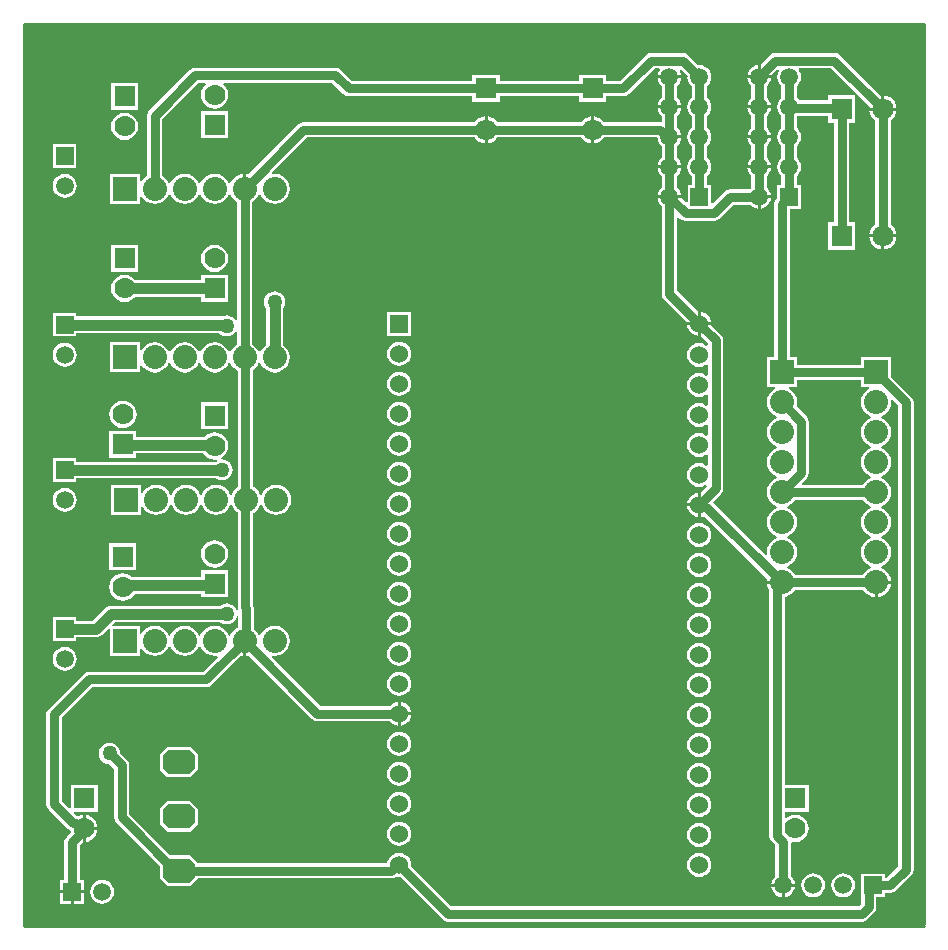
<source format=gbl>
G04*
G04 #@! TF.GenerationSoftware,Altium Limited,Altium Designer,20.2.6 (244)*
G04*
G04 Layer_Physical_Order=2*
G04 Layer_Color=16711680*
%FSLAX24Y24*%
%MOIN*%
G70*
G04*
G04 #@! TF.SameCoordinates,77C3D9E4-3DCC-4DBA-A965-D733CA2DE3AA*
G04*
G04*
G04 #@! TF.FilePolarity,Positive*
G04*
G01*
G75*
%ADD10C,0.0100*%
%ADD33C,0.0300*%
%ADD34C,0.0350*%
%ADD35C,0.0700*%
%ADD36R,0.0700X0.0700*%
%ADD37R,0.0591X0.0591*%
%ADD38C,0.0591*%
%ADD39R,0.0800X0.0800*%
%ADD40C,0.0800*%
%ADD41R,0.0800X0.0800*%
%ADD42R,0.0709X0.0709*%
%ADD43C,0.0709*%
%ADD44R,0.0591X0.0591*%
%ADD45R,0.0709X0.0709*%
G04:AMPARAMS|DCode=46|XSize=106.3mil|YSize=82.7mil|CornerRadius=0mil|HoleSize=0mil|Usage=FLASHONLY|Rotation=0.000|XOffset=0mil|YOffset=0mil|HoleType=Round|Shape=Octagon|*
%AMOCTAGOND46*
4,1,8,0.0531,-0.0207,0.0531,0.0207,0.0325,0.0413,-0.0325,0.0413,-0.0531,0.0207,-0.0531,-0.0207,-0.0325,-0.0413,0.0325,-0.0413,0.0531,-0.0207,0.0*
%
%ADD46OCTAGOND46*%

%ADD47C,0.0600*%
%ADD48R,0.0600X0.0600*%
%ADD49C,0.0500*%
G36*
X40050Y19800D02*
X10050D01*
Y49850D01*
X40050D01*
Y19800D01*
D02*
G37*
%LPC*%
G36*
X34500Y48492D02*
X34447Y48485D01*
X34351Y48445D01*
X34268Y48382D01*
X34205Y48299D01*
X34165Y48203D01*
X34158Y48150D01*
X34500D01*
Y48492D01*
D02*
G37*
G36*
X32015Y48900D02*
X30961D01*
X30863Y48881D01*
X30781Y48826D01*
X29924Y47969D01*
X29454D01*
Y48169D01*
X28546D01*
Y47969D01*
X25904D01*
Y48169D01*
X24996D01*
Y47969D01*
X20970D01*
X20608Y48330D01*
X20526Y48386D01*
X20428Y48405D01*
X15750D01*
X15652Y48386D01*
X15570Y48330D01*
X14220Y46980D01*
X14165Y46898D01*
X14145Y46800D01*
Y44809D01*
X14043Y44731D01*
X13963Y44626D01*
X13950Y44594D01*
X13900Y44604D01*
Y44874D01*
X12900D01*
Y43874D01*
X13900D01*
Y44144D01*
X13950Y44154D01*
X13963Y44122D01*
X14043Y44018D01*
X14148Y43938D01*
X14269Y43887D01*
X14400Y43870D01*
X14531Y43887D01*
X14652Y43938D01*
X14757Y44018D01*
X14837Y44122D01*
X14873Y44210D01*
X14927D01*
X14963Y44122D01*
X15043Y44018D01*
X15148Y43938D01*
X15269Y43887D01*
X15400Y43870D01*
X15531Y43887D01*
X15652Y43938D01*
X15757Y44018D01*
X15837Y44122D01*
X15873Y44210D01*
X15927D01*
X15963Y44122D01*
X16043Y44018D01*
X16148Y43938D01*
X16269Y43887D01*
X16400Y43870D01*
X16531Y43887D01*
X16652Y43938D01*
X16757Y44018D01*
X16837Y44122D01*
X16873Y44210D01*
X16927D01*
X16963Y44122D01*
X17043Y44018D01*
X17145Y43940D01*
Y40007D01*
X17095Y39990D01*
X17050Y40050D01*
X16977Y40106D01*
X16891Y40141D01*
X16800Y40153D01*
X16709Y40141D01*
X16657Y40120D01*
X11795D01*
Y40238D01*
X11005D01*
Y39447D01*
X11795D01*
Y39565D01*
X16539D01*
X16550Y39550D01*
X16623Y39494D01*
X16709Y39459D01*
X16800Y39447D01*
X16891Y39459D01*
X16977Y39494D01*
X17050Y39550D01*
X17095Y39610D01*
X17145Y39593D01*
Y39185D01*
X17043Y39107D01*
X16963Y39002D01*
X16927Y38915D01*
X16873D01*
X16837Y39002D01*
X16757Y39107D01*
X16652Y39187D01*
X16531Y39237D01*
X16400Y39254D01*
X16269Y39237D01*
X16148Y39187D01*
X16043Y39107D01*
X15963Y39002D01*
X15927Y38915D01*
X15873D01*
X15837Y39002D01*
X15757Y39107D01*
X15652Y39187D01*
X15531Y39237D01*
X15400Y39254D01*
X15269Y39237D01*
X15148Y39187D01*
X15043Y39107D01*
X14963Y39002D01*
X14927Y38915D01*
X14873D01*
X14837Y39002D01*
X14757Y39107D01*
X14652Y39187D01*
X14531Y39237D01*
X14400Y39254D01*
X14269Y39237D01*
X14148Y39187D01*
X14043Y39107D01*
X13963Y39002D01*
X13950Y38970D01*
X13900Y38980D01*
Y39250D01*
X12900D01*
Y38250D01*
X13900D01*
Y38520D01*
X13950Y38530D01*
X13963Y38498D01*
X14043Y38393D01*
X14148Y38313D01*
X14269Y38263D01*
X14400Y38246D01*
X14531Y38263D01*
X14652Y38313D01*
X14757Y38393D01*
X14837Y38498D01*
X14873Y38585D01*
X14927D01*
X14963Y38498D01*
X15043Y38393D01*
X15148Y38313D01*
X15269Y38263D01*
X15400Y38246D01*
X15531Y38263D01*
X15652Y38313D01*
X15757Y38393D01*
X15837Y38498D01*
X15873Y38585D01*
X15927D01*
X15963Y38498D01*
X16043Y38393D01*
X16148Y38313D01*
X16269Y38263D01*
X16400Y38246D01*
X16531Y38263D01*
X16652Y38313D01*
X16757Y38393D01*
X16837Y38498D01*
X16873Y38585D01*
X16927D01*
X16963Y38498D01*
X17043Y38393D01*
X17148Y38313D01*
X17170Y38304D01*
Y34415D01*
X17093Y34357D01*
X17013Y34252D01*
X16977Y34165D01*
X16923D01*
X16887Y34252D01*
X16807Y34357D01*
X16702Y34437D01*
X16581Y34487D01*
X16450Y34504D01*
X16319Y34487D01*
X16198Y34437D01*
X16093Y34357D01*
X16013Y34252D01*
X15977Y34165D01*
X15923D01*
X15887Y34252D01*
X15807Y34357D01*
X15702Y34437D01*
X15581Y34487D01*
X15450Y34504D01*
X15319Y34487D01*
X15198Y34437D01*
X15093Y34357D01*
X15013Y34252D01*
X14977Y34165D01*
X14923D01*
X14887Y34252D01*
X14807Y34357D01*
X14702Y34437D01*
X14581Y34487D01*
X14450Y34504D01*
X14319Y34487D01*
X14198Y34437D01*
X14093Y34357D01*
X14013Y34252D01*
X14000Y34220D01*
X13950Y34230D01*
Y34500D01*
X12950D01*
Y33500D01*
X13950D01*
Y33770D01*
X14000Y33780D01*
X14013Y33748D01*
X14093Y33643D01*
X14198Y33563D01*
X14319Y33513D01*
X14450Y33496D01*
X14581Y33513D01*
X14702Y33563D01*
X14807Y33643D01*
X14887Y33748D01*
X14923Y33835D01*
X14977D01*
X15013Y33748D01*
X15093Y33643D01*
X15198Y33563D01*
X15319Y33513D01*
X15450Y33496D01*
X15581Y33513D01*
X15702Y33563D01*
X15807Y33643D01*
X15887Y33748D01*
X15923Y33835D01*
X15977D01*
X16013Y33748D01*
X16093Y33643D01*
X16198Y33563D01*
X16319Y33513D01*
X16450Y33496D01*
X16581Y33513D01*
X16702Y33563D01*
X16807Y33643D01*
X16887Y33748D01*
X16923Y33835D01*
X16977D01*
X17013Y33748D01*
X17093Y33643D01*
X17170Y33585D01*
Y30432D01*
X17190Y30335D01*
X17195Y30326D01*
Y30263D01*
X17145Y30260D01*
X17141Y30291D01*
X17106Y30377D01*
X17050Y30450D01*
X16977Y30506D01*
X16891Y30541D01*
X16800Y30553D01*
X16709Y30541D01*
X16623Y30506D01*
X16587Y30477D01*
X12950D01*
X12878Y30468D01*
X12811Y30440D01*
X12754Y30396D01*
X12335Y29977D01*
X11795D01*
Y30095D01*
X11005D01*
Y29305D01*
X11795D01*
Y29423D01*
X12450D01*
X12522Y29432D01*
X12589Y29460D01*
X12646Y29504D01*
X12854Y29712D01*
X12900Y29692D01*
Y28800D01*
X13900D01*
Y29070D01*
X13950Y29080D01*
X13963Y29048D01*
X14043Y28943D01*
X14148Y28863D01*
X14269Y28813D01*
X14400Y28796D01*
X14531Y28813D01*
X14652Y28863D01*
X14757Y28943D01*
X14837Y29048D01*
X14873Y29135D01*
X14927D01*
X14963Y29048D01*
X15043Y28943D01*
X15148Y28863D01*
X15269Y28813D01*
X15400Y28796D01*
X15531Y28813D01*
X15652Y28863D01*
X15757Y28943D01*
X15837Y29048D01*
X15873Y29135D01*
X15927D01*
X15963Y29048D01*
X16043Y28943D01*
X16148Y28863D01*
X16269Y28813D01*
X16400Y28796D01*
X16474Y28805D01*
X16498Y28758D01*
X16009Y28270D01*
X12215D01*
X12117Y28250D01*
X12034Y28195D01*
X10870Y27030D01*
X10814Y26948D01*
X10795Y26850D01*
Y23850D01*
X10814Y23752D01*
X10870Y23670D01*
X11504Y23035D01*
X11587Y22980D01*
X11606Y22976D01*
X11612Y22933D01*
X11617Y22920D01*
X11470Y22773D01*
X11415Y22690D01*
X11395Y22593D01*
Y21335D01*
X11255D01*
Y20989D01*
X12045D01*
Y21335D01*
X11905D01*
Y22487D01*
X12000Y22582D01*
Y23050D01*
Y23497D01*
X11933Y23488D01*
X11853Y23455D01*
X11793Y23467D01*
X11707Y23554D01*
X11726Y23600D01*
X12500D01*
Y24500D01*
X11600D01*
Y23726D01*
X11554Y23707D01*
X11305Y23956D01*
Y26744D01*
X12320Y27760D01*
X16115D01*
X16212Y27779D01*
X16295Y27834D01*
X17273Y28812D01*
X17350Y28802D01*
Y29300D01*
X17450D01*
Y28802D01*
X17527Y28812D01*
X19650Y26690D01*
X19732Y26635D01*
X19830Y26615D01*
X22241D01*
X22265Y26585D01*
X22348Y26521D01*
X22446Y26480D01*
X22500Y26473D01*
Y26870D01*
Y27267D01*
X22446Y27260D01*
X22348Y27219D01*
X22265Y27155D01*
X22241Y27125D01*
X19936D01*
X18302Y28758D01*
X18326Y28805D01*
X18400Y28796D01*
X18531Y28813D01*
X18652Y28863D01*
X18757Y28943D01*
X18837Y29048D01*
X18887Y29169D01*
X18904Y29300D01*
X18887Y29431D01*
X18837Y29552D01*
X18757Y29657D01*
X18652Y29737D01*
X18531Y29787D01*
X18400Y29804D01*
X18269Y29787D01*
X18148Y29737D01*
X18043Y29657D01*
X17963Y29552D01*
X17927Y29465D01*
X17873D01*
X17837Y29552D01*
X17757Y29657D01*
X17705Y29696D01*
Y30407D01*
X17686Y30505D01*
X17680Y30513D01*
Y33554D01*
X17702Y33563D01*
X17807Y33643D01*
X17887Y33748D01*
X17923Y33835D01*
X17977D01*
X18013Y33748D01*
X18093Y33643D01*
X18198Y33563D01*
X18319Y33513D01*
X18450Y33496D01*
X18581Y33513D01*
X18702Y33563D01*
X18807Y33643D01*
X18887Y33748D01*
X18937Y33869D01*
X18954Y34000D01*
X18937Y34131D01*
X18887Y34252D01*
X18807Y34357D01*
X18702Y34437D01*
X18581Y34487D01*
X18450Y34504D01*
X18319Y34487D01*
X18198Y34437D01*
X18093Y34357D01*
X18013Y34252D01*
X17977Y34165D01*
X17923D01*
X17887Y34252D01*
X17807Y34357D01*
X17702Y34437D01*
X17680Y34446D01*
Y38335D01*
X17757Y38393D01*
X17837Y38498D01*
X17873Y38585D01*
X17927D01*
X17963Y38498D01*
X18043Y38393D01*
X18148Y38313D01*
X18269Y38263D01*
X18400Y38246D01*
X18531Y38263D01*
X18652Y38313D01*
X18757Y38393D01*
X18837Y38498D01*
X18887Y38619D01*
X18904Y38750D01*
X18887Y38881D01*
X18837Y39002D01*
X18757Y39107D01*
X18677Y39167D01*
Y40387D01*
X18706Y40423D01*
X18741Y40509D01*
X18753Y40600D01*
X18741Y40691D01*
X18706Y40777D01*
X18650Y40850D01*
X18577Y40906D01*
X18491Y40941D01*
X18400Y40953D01*
X18309Y40941D01*
X18223Y40906D01*
X18150Y40850D01*
X18094Y40777D01*
X18059Y40691D01*
X18047Y40600D01*
X18059Y40509D01*
X18094Y40423D01*
X18123Y40387D01*
Y39167D01*
X18043Y39107D01*
X17963Y39002D01*
X17927Y38915D01*
X17873D01*
X17837Y39002D01*
X17757Y39107D01*
X17655Y39185D01*
Y43940D01*
X17757Y44018D01*
X17837Y44122D01*
X17873Y44210D01*
X17927D01*
X17963Y44122D01*
X18043Y44018D01*
X18148Y43938D01*
X18269Y43887D01*
X18400Y43870D01*
X18531Y43887D01*
X18652Y43938D01*
X18757Y44018D01*
X18837Y44122D01*
X18887Y44244D01*
X18904Y44374D01*
X18887Y44505D01*
X18837Y44626D01*
X18757Y44731D01*
X18652Y44811D01*
X18531Y44861D01*
X18400Y44879D01*
X18326Y44869D01*
X18302Y44916D01*
X19467Y46081D01*
X25073D01*
X25126Y46012D01*
X25221Y45939D01*
X25331Y45894D01*
X25400Y45885D01*
Y46336D01*
Y46788D01*
X25331Y46779D01*
X25221Y46733D01*
X25126Y46660D01*
X25073Y46591D01*
X19362D01*
X19264Y46572D01*
X19182Y46516D01*
X17527Y44862D01*
X17450Y44872D01*
Y44374D01*
X17350D01*
Y44872D01*
X17269Y44861D01*
X17148Y44811D01*
X17043Y44731D01*
X16963Y44626D01*
X16927Y44539D01*
X16873D01*
X16837Y44626D01*
X16757Y44731D01*
X16652Y44811D01*
X16531Y44861D01*
X16400Y44879D01*
X16269Y44861D01*
X16148Y44811D01*
X16043Y44731D01*
X15963Y44626D01*
X15927Y44539D01*
X15873D01*
X15837Y44626D01*
X15757Y44731D01*
X15652Y44811D01*
X15531Y44861D01*
X15400Y44879D01*
X15269Y44861D01*
X15148Y44811D01*
X15043Y44731D01*
X14963Y44626D01*
X14927Y44539D01*
X14873D01*
X14837Y44626D01*
X14757Y44731D01*
X14655Y44809D01*
Y46694D01*
X15856Y47895D01*
X16094D01*
X16111Y47845D01*
X16079Y47821D01*
X16007Y47727D01*
X15962Y47617D01*
X15946Y47500D01*
X15962Y47383D01*
X16007Y47273D01*
X16079Y47179D01*
X16173Y47107D01*
X16283Y47062D01*
X16400Y47046D01*
X16517Y47062D01*
X16627Y47107D01*
X16721Y47179D01*
X16793Y47273D01*
X16838Y47383D01*
X16854Y47500D01*
X16838Y47617D01*
X16793Y47727D01*
X16721Y47821D01*
X16689Y47845D01*
X16706Y47895D01*
X20323D01*
X20684Y47534D01*
X20766Y47479D01*
X20864Y47459D01*
X24996D01*
Y47260D01*
X25904D01*
Y47459D01*
X28546D01*
Y47260D01*
X29454D01*
Y47459D01*
X30030D01*
X30127Y47479D01*
X30210Y47534D01*
X31067Y48390D01*
X31222D01*
X31247Y48340D01*
X31215Y48299D01*
X31176Y48203D01*
X31169Y48150D01*
X31561D01*
X31953D01*
X31946Y48203D01*
X31906Y48299D01*
X31903Y48303D01*
X31924Y48358D01*
X31940Y48360D01*
X32166Y48134D01*
X32162Y48100D01*
X32176Y47997D01*
X32215Y47901D01*
X32279Y47818D01*
X32306Y47797D01*
Y47403D01*
X32279Y47382D01*
X32215Y47299D01*
X32176Y47203D01*
X32162Y47100D01*
X32176Y46997D01*
X32215Y46901D01*
X32279Y46818D01*
X32306Y46797D01*
Y46403D01*
X32279Y46382D01*
X32215Y46299D01*
X32176Y46203D01*
X32162Y46100D01*
X32176Y45997D01*
X32215Y45901D01*
X32279Y45818D01*
X32306Y45797D01*
Y45403D01*
X32279Y45382D01*
X32215Y45299D01*
X32176Y45203D01*
X32162Y45100D01*
X32176Y44997D01*
X32215Y44901D01*
X32279Y44818D01*
X32306Y44797D01*
Y44495D01*
X32165D01*
Y43921D01*
X32119Y43902D01*
X31971Y44050D01*
X31561D01*
X31169D01*
X31176Y43997D01*
X31215Y43901D01*
X31279Y43818D01*
X31306Y43797D01*
Y40859D01*
X31325Y40762D01*
X31380Y40679D01*
X32140Y39920D01*
X32500D01*
Y40280D01*
X31816Y40965D01*
Y43419D01*
X31862Y43438D01*
X31926Y43374D01*
X32008Y43319D01*
X32106Y43300D01*
X33044D01*
X33142Y43319D01*
X33224Y43374D01*
X33695Y43845D01*
X34247D01*
X34268Y43818D01*
X34351Y43755D01*
X34447Y43715D01*
X34500Y43708D01*
Y44100D01*
X34550D01*
Y44150D01*
X34942D01*
X34935Y44203D01*
X34895Y44299D01*
X34832Y44382D01*
X34805Y44403D01*
Y44797D01*
X34832Y44818D01*
X34895Y44901D01*
X34935Y44997D01*
X34942Y45050D01*
X34550D01*
X34158D01*
X34165Y44997D01*
X34205Y44901D01*
X34268Y44818D01*
X34295Y44797D01*
Y44403D01*
X34268Y44382D01*
X34247Y44355D01*
X33589D01*
X33492Y44335D01*
X33409Y44280D01*
X33002Y43873D01*
X32956Y43892D01*
Y44495D01*
X32816D01*
Y44797D01*
X32843Y44818D01*
X32906Y44901D01*
X32946Y44997D01*
X32959Y45100D01*
X32946Y45203D01*
X32906Y45299D01*
X32843Y45382D01*
X32816Y45403D01*
Y45797D01*
X32843Y45818D01*
X32906Y45901D01*
X32946Y45997D01*
X32959Y46100D01*
X32946Y46203D01*
X32906Y46299D01*
X32843Y46382D01*
X32816Y46403D01*
Y46797D01*
X32843Y46818D01*
X32906Y46901D01*
X32946Y46997D01*
X32959Y47100D01*
X32946Y47203D01*
X32906Y47299D01*
X32843Y47382D01*
X32816Y47403D01*
Y47797D01*
X32843Y47818D01*
X32906Y47901D01*
X32946Y47997D01*
X32959Y48100D01*
X32946Y48203D01*
X32906Y48299D01*
X32843Y48382D01*
X32760Y48445D01*
X32664Y48485D01*
X32561Y48499D01*
X32527Y48494D01*
X32196Y48826D01*
X32113Y48881D01*
X32015Y48900D01*
D02*
G37*
G36*
X34942Y48050D02*
X34550D01*
X34158D01*
X34165Y47997D01*
X34205Y47901D01*
X34268Y47818D01*
X34295Y47797D01*
Y47403D01*
X34268Y47382D01*
X34205Y47299D01*
X34165Y47203D01*
X34158Y47150D01*
X34550D01*
X34942D01*
X34935Y47203D01*
X34895Y47299D01*
X34832Y47382D01*
X34805Y47403D01*
Y47797D01*
X34832Y47818D01*
X34895Y47901D01*
X34935Y47997D01*
X34942Y48050D01*
D02*
G37*
G36*
X31953D02*
X31561D01*
X31169D01*
X31176Y47997D01*
X31215Y47901D01*
X31279Y47818D01*
X31306Y47797D01*
Y47403D01*
X31279Y47382D01*
X31215Y47299D01*
X31176Y47203D01*
X31169Y47150D01*
X31561D01*
X31953D01*
X31946Y47203D01*
X31906Y47299D01*
X31843Y47382D01*
X31816Y47403D01*
Y47797D01*
X31843Y47818D01*
X31906Y47901D01*
X31946Y47997D01*
X31953Y48050D01*
D02*
G37*
G36*
X38728Y47477D02*
Y47075D01*
X39130D01*
X39121Y47144D01*
X39075Y47254D01*
X39002Y47349D01*
X38907Y47422D01*
X38797Y47468D01*
X38728Y47477D01*
D02*
G37*
G36*
X37058Y48900D02*
X35095D01*
X34998Y48881D01*
X34915Y48826D01*
X34600Y48510D01*
Y48150D01*
X34960D01*
X35171Y48360D01*
X35186Y48358D01*
X35208Y48303D01*
X35205Y48299D01*
X35165Y48203D01*
X35151Y48100D01*
X35165Y47997D01*
X35205Y47901D01*
X35268Y47818D01*
X35295Y47797D01*
Y47403D01*
X35268Y47382D01*
X35205Y47299D01*
X35165Y47203D01*
X35151Y47100D01*
X35165Y46997D01*
X35205Y46901D01*
X35268Y46818D01*
X35295Y46797D01*
Y46403D01*
X35268Y46382D01*
X35205Y46299D01*
X35165Y46203D01*
X35151Y46100D01*
X35165Y45997D01*
X35205Y45901D01*
X35268Y45818D01*
X35295Y45797D01*
Y45403D01*
X35268Y45382D01*
X35205Y45299D01*
X35165Y45203D01*
X35151Y45100D01*
X35165Y44997D01*
X35205Y44901D01*
X35268Y44818D01*
X35295Y44797D01*
Y44495D01*
X35155D01*
Y44065D01*
X35130Y44041D01*
X35075Y43958D01*
X35056Y43861D01*
Y38750D01*
X34811D01*
Y37750D01*
X35081D01*
X35090Y37700D01*
X35058Y37687D01*
X34954Y37607D01*
X34874Y37502D01*
X34824Y37381D01*
X34806Y37250D01*
X34824Y37119D01*
X34874Y36998D01*
X34954Y36893D01*
X35058Y36813D01*
X35146Y36777D01*
Y36723D01*
X35058Y36687D01*
X34954Y36607D01*
X34874Y36502D01*
X34824Y36381D01*
X34806Y36250D01*
X34824Y36119D01*
X34874Y35998D01*
X34954Y35893D01*
X35058Y35813D01*
X35146Y35777D01*
Y35723D01*
X35058Y35687D01*
X34954Y35607D01*
X34874Y35502D01*
X34824Y35381D01*
X34806Y35250D01*
X34824Y35119D01*
X34874Y34998D01*
X34954Y34893D01*
X35058Y34813D01*
X35146Y34777D01*
Y34723D01*
X35058Y34687D01*
X34954Y34607D01*
X34874Y34502D01*
X34824Y34381D01*
X34806Y34250D01*
X34824Y34119D01*
X34874Y33998D01*
X34954Y33893D01*
X35058Y33813D01*
X35146Y33777D01*
Y33723D01*
X35058Y33687D01*
X34954Y33607D01*
X34874Y33502D01*
X34824Y33381D01*
X34806Y33250D01*
X34824Y33119D01*
X34874Y32998D01*
X34954Y32893D01*
X35058Y32813D01*
X35146Y32777D01*
Y32723D01*
X35058Y32687D01*
X34954Y32607D01*
X34874Y32502D01*
X34824Y32381D01*
X34806Y32250D01*
X34816Y32176D01*
X34769Y32152D01*
X33001Y33920D01*
X33280Y34200D01*
X33335Y34282D01*
X33355Y34380D01*
Y39320D01*
X33335Y39418D01*
X33280Y39500D01*
X32960Y39820D01*
X32600D01*
Y39460D01*
X32843Y39217D01*
X32838Y39167D01*
X32795Y39146D01*
X32752Y39179D01*
X32654Y39220D01*
X32550Y39233D01*
X32446Y39220D01*
X32348Y39179D01*
X32265Y39115D01*
X32201Y39032D01*
X32160Y38934D01*
X32147Y38830D01*
X32160Y38726D01*
X32201Y38628D01*
X32265Y38545D01*
X32348Y38481D01*
X32446Y38440D01*
X32550Y38427D01*
X32654Y38440D01*
X32752Y38481D01*
X32795Y38514D01*
X32845Y38489D01*
Y38171D01*
X32795Y38146D01*
X32752Y38179D01*
X32654Y38220D01*
X32550Y38233D01*
X32446Y38220D01*
X32348Y38179D01*
X32265Y38115D01*
X32201Y38032D01*
X32160Y37934D01*
X32147Y37830D01*
X32160Y37726D01*
X32201Y37628D01*
X32265Y37545D01*
X32348Y37481D01*
X32446Y37440D01*
X32550Y37427D01*
X32654Y37440D01*
X32752Y37481D01*
X32795Y37514D01*
X32845Y37489D01*
Y37171D01*
X32795Y37146D01*
X32752Y37179D01*
X32654Y37220D01*
X32550Y37233D01*
X32446Y37220D01*
X32348Y37179D01*
X32265Y37115D01*
X32201Y37032D01*
X32160Y36934D01*
X32147Y36830D01*
X32160Y36726D01*
X32201Y36628D01*
X32265Y36545D01*
X32348Y36481D01*
X32446Y36440D01*
X32550Y36427D01*
X32654Y36440D01*
X32752Y36481D01*
X32795Y36514D01*
X32845Y36489D01*
Y36171D01*
X32795Y36146D01*
X32752Y36179D01*
X32654Y36220D01*
X32550Y36233D01*
X32446Y36220D01*
X32348Y36179D01*
X32265Y36115D01*
X32201Y36032D01*
X32160Y35934D01*
X32147Y35830D01*
X32160Y35726D01*
X32201Y35628D01*
X32265Y35545D01*
X32348Y35481D01*
X32446Y35440D01*
X32550Y35427D01*
X32654Y35440D01*
X32752Y35481D01*
X32795Y35514D01*
X32845Y35489D01*
Y35171D01*
X32795Y35146D01*
X32752Y35179D01*
X32654Y35220D01*
X32550Y35233D01*
X32446Y35220D01*
X32348Y35179D01*
X32265Y35115D01*
X32201Y35032D01*
X32160Y34934D01*
X32147Y34830D01*
X32160Y34726D01*
X32201Y34628D01*
X32265Y34545D01*
X32348Y34481D01*
X32446Y34440D01*
X32550Y34427D01*
X32654Y34440D01*
X32752Y34481D01*
X32754Y34483D01*
X32808Y34461D01*
X32810Y34451D01*
X32600Y34240D01*
Y33830D01*
Y33433D01*
X32654Y33440D01*
X32729Y33471D01*
X34823Y31377D01*
X34813Y31300D01*
X35311D01*
Y31200D01*
X34813D01*
X34824Y31119D01*
X34874Y30998D01*
X34898Y30967D01*
X34895Y30954D01*
Y22801D01*
X34915Y22704D01*
X34970Y22621D01*
X35095Y22496D01*
Y21453D01*
X35068Y21432D01*
X35005Y21349D01*
X34965Y21253D01*
X34958Y21200D01*
X35350D01*
X35742D01*
X35735Y21253D01*
X35695Y21349D01*
X35632Y21432D01*
X35605Y21453D01*
Y22569D01*
X35612Y22579D01*
X35651Y22608D01*
X35653Y22609D01*
X35750Y22596D01*
X35867Y22612D01*
X35977Y22657D01*
X36071Y22729D01*
X36143Y22823D01*
X36188Y22933D01*
X36204Y23050D01*
X36188Y23167D01*
X36143Y23277D01*
X36071Y23371D01*
X35977Y23443D01*
X35867Y23488D01*
X35750Y23504D01*
X35633Y23488D01*
X35523Y23443D01*
X35455Y23391D01*
X35405Y23415D01*
Y23600D01*
X36200D01*
Y24500D01*
X35405D01*
Y30758D01*
X35441Y30763D01*
X35563Y30813D01*
X35667Y30893D01*
X35745Y30995D01*
X38015D01*
X38093Y30893D01*
X38198Y30813D01*
X38319Y30763D01*
X38400Y30752D01*
Y31250D01*
X38450D01*
Y31300D01*
X38948D01*
X38937Y31381D01*
X38887Y31502D01*
X38807Y31607D01*
X38702Y31687D01*
X38615Y31723D01*
Y31777D01*
X38702Y31813D01*
X38807Y31893D01*
X38887Y31998D01*
X38937Y32119D01*
X38954Y32250D01*
X38937Y32381D01*
X38887Y32502D01*
X38807Y32607D01*
X38702Y32687D01*
X38615Y32723D01*
Y32777D01*
X38702Y32813D01*
X38807Y32893D01*
X38887Y32998D01*
X38937Y33119D01*
X38954Y33250D01*
X38937Y33381D01*
X38887Y33502D01*
X38807Y33607D01*
X38702Y33687D01*
X38615Y33723D01*
Y33777D01*
X38702Y33813D01*
X38807Y33893D01*
X38887Y33998D01*
X38937Y34119D01*
X38954Y34250D01*
X38937Y34381D01*
X38887Y34502D01*
X38807Y34607D01*
X38702Y34687D01*
X38615Y34723D01*
Y34777D01*
X38702Y34813D01*
X38807Y34893D01*
X38887Y34998D01*
X38937Y35119D01*
X38954Y35250D01*
X38937Y35381D01*
X38887Y35502D01*
X38807Y35607D01*
X38702Y35687D01*
X38615Y35723D01*
Y35777D01*
X38702Y35813D01*
X38807Y35893D01*
X38887Y35998D01*
X38937Y36119D01*
X38954Y36250D01*
X38937Y36381D01*
X38887Y36502D01*
X38807Y36607D01*
X38702Y36687D01*
X38615Y36723D01*
Y36777D01*
X38702Y36813D01*
X38807Y36893D01*
X38887Y36998D01*
X38937Y37119D01*
X38954Y37250D01*
X38945Y37324D01*
X38992Y37348D01*
X39195Y37144D01*
Y21781D01*
X38819Y21405D01*
X38745D01*
Y21545D01*
X37955D01*
Y21029D01*
X37950Y21005D01*
Y20536D01*
X37869Y20455D01*
X24286D01*
X22948Y21792D01*
X22953Y21830D01*
X22940Y21934D01*
X22899Y22032D01*
X22835Y22115D01*
X22752Y22179D01*
X22654Y22220D01*
X22550Y22233D01*
X22446Y22220D01*
X22348Y22179D01*
X22265Y22115D01*
X22201Y22032D01*
X22160Y21934D01*
X22155Y21894D01*
X15832D01*
Y21896D01*
X15575Y22152D01*
X14929D01*
X13555Y23526D01*
Y25150D01*
X13535Y25248D01*
X13480Y25330D01*
X13252Y25559D01*
X13241Y25641D01*
X13206Y25727D01*
X13150Y25800D01*
X13077Y25856D01*
X12991Y25891D01*
X12900Y25903D01*
X12809Y25891D01*
X12723Y25856D01*
X12650Y25800D01*
X12594Y25727D01*
X12559Y25641D01*
X12547Y25550D01*
X12559Y25459D01*
X12594Y25373D01*
X12650Y25300D01*
X12723Y25244D01*
X12809Y25209D01*
X12891Y25198D01*
X13045Y25044D01*
Y23421D01*
X13065Y23323D01*
X13120Y23241D01*
X14569Y21792D01*
Y21382D01*
X14825Y21126D01*
X15575D01*
X15832Y21382D01*
Y21384D01*
X22278D01*
X22375Y21403D01*
X22436Y21444D01*
X22446Y21440D01*
X22550Y21427D01*
X22588Y21432D01*
X24000Y20020D01*
X24082Y19964D01*
X24180Y19945D01*
X37974D01*
X38072Y19964D01*
X38154Y20020D01*
X38385Y20250D01*
X38440Y20333D01*
X38460Y20430D01*
Y20755D01*
X38745D01*
Y20895D01*
X38924D01*
X39022Y20914D01*
X39104Y20970D01*
X39630Y21495D01*
X39685Y21578D01*
X39705Y21676D01*
Y37250D01*
X39685Y37348D01*
X39630Y37430D01*
X38950Y38110D01*
Y38750D01*
X37950D01*
Y38505D01*
X35811D01*
Y38750D01*
X35566D01*
Y43705D01*
X35945D01*
Y44495D01*
X35805D01*
Y44797D01*
X35832Y44818D01*
X35895Y44901D01*
X35935Y44997D01*
X35949Y45100D01*
X35935Y45203D01*
X35895Y45299D01*
X35832Y45382D01*
X35805Y45403D01*
Y45797D01*
X35832Y45818D01*
X35895Y45901D01*
X35935Y45997D01*
X35949Y46100D01*
X35935Y46203D01*
X35895Y46299D01*
X35832Y46382D01*
X35805Y46403D01*
Y46797D01*
X35818Y46808D01*
X36846D01*
Y46571D01*
X37045D01*
Y43254D01*
X36846D01*
Y42346D01*
X37754D01*
Y43254D01*
X37555D01*
Y46571D01*
X37754D01*
Y47480D01*
X36846D01*
Y47318D01*
X35881D01*
X35832Y47382D01*
X35805Y47403D01*
Y47797D01*
X35832Y47818D01*
X35895Y47901D01*
X35935Y47997D01*
X35949Y48100D01*
X35935Y48203D01*
X35895Y48299D01*
X35864Y48340D01*
X35888Y48390D01*
X36952D01*
X38231Y47112D01*
X38226Y47075D01*
X38628D01*
Y47477D01*
X38592Y47472D01*
X37238Y48826D01*
X37155Y48881D01*
X37058Y48900D01*
D02*
G37*
G36*
X13850Y47900D02*
X12950D01*
Y47000D01*
X13850D01*
Y47900D01*
D02*
G37*
G36*
X31953Y47050D02*
X31561D01*
X31169D01*
X31176Y46997D01*
X31215Y46901D01*
X31279Y46818D01*
X31306Y46797D01*
Y46619D01*
X31267Y46587D01*
X31246Y46591D01*
X29377D01*
X29324Y46660D01*
X29229Y46733D01*
X29119Y46779D01*
X29050Y46788D01*
Y46336D01*
Y45885D01*
X29119Y45894D01*
X29229Y45939D01*
X29324Y46012D01*
X29377Y46081D01*
X31140D01*
X31168Y46053D01*
X31176Y45997D01*
X31215Y45901D01*
X31279Y45818D01*
X31306Y45797D01*
Y45403D01*
X31279Y45382D01*
X31215Y45299D01*
X31176Y45203D01*
X31169Y45150D01*
X31561D01*
X31953D01*
X31946Y45203D01*
X31906Y45299D01*
X31843Y45382D01*
X31816Y45403D01*
Y45797D01*
X31843Y45818D01*
X31906Y45901D01*
X31946Y45997D01*
X31953Y46050D01*
X31561D01*
Y46150D01*
X31953D01*
X31946Y46203D01*
X31906Y46299D01*
X31843Y46382D01*
X31816Y46403D01*
Y46797D01*
X31843Y46818D01*
X31906Y46901D01*
X31946Y46997D01*
X31953Y47050D01*
D02*
G37*
G36*
X34942D02*
X34550D01*
X34158D01*
X34165Y46997D01*
X34205Y46901D01*
X34268Y46818D01*
X34295Y46797D01*
Y46403D01*
X34268Y46382D01*
X34205Y46299D01*
X34165Y46203D01*
X34158Y46150D01*
X34550D01*
X34942D01*
X34935Y46203D01*
X34895Y46299D01*
X34832Y46382D01*
X34805Y46403D01*
Y46797D01*
X34832Y46818D01*
X34895Y46901D01*
X34935Y46997D01*
X34942Y47050D01*
D02*
G37*
G36*
X16850Y46950D02*
X15950D01*
Y46050D01*
X16850D01*
Y46950D01*
D02*
G37*
G36*
X13400Y46904D02*
X13283Y46888D01*
X13173Y46843D01*
X13079Y46771D01*
X13007Y46677D01*
X12962Y46567D01*
X12946Y46450D01*
X12962Y46333D01*
X13007Y46223D01*
X13079Y46129D01*
X13173Y46057D01*
X13283Y46012D01*
X13400Y45996D01*
X13517Y46012D01*
X13627Y46057D01*
X13721Y46129D01*
X13793Y46223D01*
X13838Y46333D01*
X13854Y46450D01*
X13838Y46567D01*
X13793Y46677D01*
X13721Y46771D01*
X13627Y46843D01*
X13517Y46888D01*
X13400Y46904D01*
D02*
G37*
G36*
X25500Y46788D02*
Y46336D01*
Y45885D01*
X25569Y45894D01*
X25679Y45939D01*
X25774Y46012D01*
X25827Y46081D01*
X28623D01*
X28676Y46012D01*
X28771Y45939D01*
X28881Y45894D01*
X28950Y45885D01*
Y46336D01*
Y46788D01*
X28881Y46779D01*
X28771Y46733D01*
X28676Y46660D01*
X28623Y46591D01*
X25827D01*
X25774Y46660D01*
X25679Y46733D01*
X25569Y46779D01*
X25500Y46788D01*
D02*
G37*
G36*
X34942Y46050D02*
X34550D01*
X34158D01*
X34165Y45997D01*
X34205Y45901D01*
X34268Y45818D01*
X34295Y45797D01*
Y45403D01*
X34268Y45382D01*
X34205Y45299D01*
X34165Y45203D01*
X34158Y45150D01*
X34550D01*
X34942D01*
X34935Y45203D01*
X34895Y45299D01*
X34832Y45382D01*
X34805Y45403D01*
Y45797D01*
X34832Y45818D01*
X34895Y45901D01*
X34935Y45997D01*
X34942Y46050D01*
D02*
G37*
G36*
X11795Y45862D02*
X11005D01*
Y45071D01*
X11795D01*
Y45862D01*
D02*
G37*
G36*
X31953Y45050D02*
X31561D01*
X31169D01*
X31176Y44997D01*
X31215Y44901D01*
X31279Y44818D01*
X31306Y44797D01*
Y44403D01*
X31279Y44382D01*
X31215Y44299D01*
X31176Y44203D01*
X31169Y44150D01*
X31561D01*
X31953D01*
X31946Y44203D01*
X31906Y44299D01*
X31843Y44382D01*
X31816Y44403D01*
Y44797D01*
X31843Y44818D01*
X31906Y44901D01*
X31946Y44997D01*
X31953Y45050D01*
D02*
G37*
G36*
X11400Y44865D02*
X11297Y44852D01*
X11201Y44812D01*
X11118Y44749D01*
X11055Y44666D01*
X11015Y44570D01*
X11001Y44467D01*
X11015Y44364D01*
X11055Y44267D01*
X11118Y44185D01*
X11201Y44121D01*
X11297Y44082D01*
X11400Y44068D01*
X11503Y44082D01*
X11599Y44121D01*
X11682Y44185D01*
X11745Y44267D01*
X11785Y44364D01*
X11799Y44467D01*
X11785Y44570D01*
X11745Y44666D01*
X11682Y44749D01*
X11599Y44812D01*
X11503Y44852D01*
X11400Y44865D01*
D02*
G37*
G36*
X34942Y44050D02*
X34600D01*
Y43708D01*
X34653Y43715D01*
X34749Y43755D01*
X34832Y43818D01*
X34895Y43901D01*
X34935Y43997D01*
X34942Y44050D01*
D02*
G37*
G36*
X39130Y46975D02*
X38226D01*
X38235Y46907D01*
X38281Y46796D01*
X38354Y46701D01*
X38423Y46648D01*
Y43177D01*
X38354Y43124D01*
X38281Y43029D01*
X38235Y42919D01*
X38226Y42850D01*
X39130D01*
X39121Y42919D01*
X39075Y43029D01*
X39002Y43124D01*
X38933Y43177D01*
Y46648D01*
X39002Y46701D01*
X39075Y46796D01*
X39121Y46907D01*
X39130Y46975D01*
D02*
G37*
G36*
Y42750D02*
X38728D01*
Y42348D01*
X38797Y42357D01*
X38907Y42403D01*
X39002Y42476D01*
X39075Y42571D01*
X39121Y42681D01*
X39130Y42750D01*
D02*
G37*
G36*
X38628D02*
X38226D01*
X38235Y42681D01*
X38281Y42571D01*
X38354Y42476D01*
X38449Y42403D01*
X38559Y42357D01*
X38628Y42348D01*
Y42750D01*
D02*
G37*
G36*
X13850Y42500D02*
X12950D01*
Y41600D01*
X13850D01*
Y42500D01*
D02*
G37*
G36*
X16400Y42504D02*
X16283Y42488D01*
X16173Y42443D01*
X16079Y42371D01*
X16007Y42277D01*
X15962Y42167D01*
X15946Y42050D01*
X15962Y41933D01*
X16007Y41823D01*
X16079Y41729D01*
X16173Y41657D01*
X16283Y41612D01*
X16400Y41596D01*
X16517Y41612D01*
X16627Y41657D01*
X16721Y41729D01*
X16793Y41823D01*
X16838Y41933D01*
X16854Y42050D01*
X16838Y42167D01*
X16793Y42277D01*
X16721Y42371D01*
X16627Y42443D01*
X16517Y42488D01*
X16400Y42504D01*
D02*
G37*
G36*
X13400Y41504D02*
X13283Y41488D01*
X13173Y41443D01*
X13079Y41371D01*
X13007Y41277D01*
X12962Y41167D01*
X12946Y41050D01*
X12962Y40933D01*
X13007Y40823D01*
X13079Y40729D01*
X13173Y40657D01*
X13283Y40612D01*
X13400Y40596D01*
X13517Y40612D01*
X13627Y40657D01*
X13721Y40729D01*
X13754Y40773D01*
X15950D01*
Y40600D01*
X16850D01*
Y41500D01*
X15950D01*
Y41327D01*
X13754D01*
X13721Y41371D01*
X13627Y41443D01*
X13517Y41488D01*
X13400Y41504D01*
D02*
G37*
G36*
X32600Y40267D02*
Y39920D01*
X32947D01*
X32940Y39974D01*
X32899Y40072D01*
X32835Y40155D01*
X32752Y40219D01*
X32654Y40260D01*
X32600Y40267D01*
D02*
G37*
G36*
X32500Y39820D02*
X32153D01*
X32160Y39766D01*
X32201Y39668D01*
X32265Y39585D01*
X32348Y39521D01*
X32446Y39480D01*
X32500Y39473D01*
Y39820D01*
D02*
G37*
G36*
X22950Y40270D02*
X22150D01*
Y39470D01*
X22950D01*
Y40270D01*
D02*
G37*
G36*
X22550Y39273D02*
X22446Y39260D01*
X22348Y39219D01*
X22265Y39155D01*
X22201Y39072D01*
X22160Y38974D01*
X22147Y38870D01*
X22160Y38766D01*
X22201Y38668D01*
X22265Y38585D01*
X22348Y38521D01*
X22446Y38480D01*
X22550Y38467D01*
X22654Y38480D01*
X22752Y38521D01*
X22835Y38585D01*
X22899Y38668D01*
X22940Y38766D01*
X22953Y38870D01*
X22940Y38974D01*
X22899Y39072D01*
X22835Y39155D01*
X22752Y39219D01*
X22654Y39260D01*
X22550Y39273D01*
D02*
G37*
G36*
X11400Y39241D02*
X11297Y39228D01*
X11201Y39188D01*
X11118Y39124D01*
X11055Y39042D01*
X11015Y38946D01*
X11001Y38842D01*
X11015Y38739D01*
X11055Y38643D01*
X11118Y38560D01*
X11201Y38497D01*
X11297Y38457D01*
X11400Y38444D01*
X11503Y38457D01*
X11599Y38497D01*
X11682Y38560D01*
X11745Y38643D01*
X11785Y38739D01*
X11799Y38842D01*
X11785Y38946D01*
X11745Y39042D01*
X11682Y39124D01*
X11599Y39188D01*
X11503Y39228D01*
X11400Y39241D01*
D02*
G37*
G36*
X22550Y38273D02*
X22446Y38260D01*
X22348Y38219D01*
X22265Y38155D01*
X22201Y38072D01*
X22160Y37974D01*
X22147Y37870D01*
X22160Y37766D01*
X22201Y37668D01*
X22265Y37585D01*
X22348Y37521D01*
X22446Y37480D01*
X22550Y37467D01*
X22654Y37480D01*
X22752Y37521D01*
X22835Y37585D01*
X22899Y37668D01*
X22940Y37766D01*
X22953Y37870D01*
X22940Y37974D01*
X22899Y38072D01*
X22835Y38155D01*
X22752Y38219D01*
X22654Y38260D01*
X22550Y38273D01*
D02*
G37*
G36*
Y37273D02*
X22446Y37260D01*
X22348Y37219D01*
X22265Y37155D01*
X22201Y37072D01*
X22160Y36974D01*
X22147Y36870D01*
X22160Y36766D01*
X22201Y36668D01*
X22265Y36585D01*
X22348Y36521D01*
X22446Y36480D01*
X22550Y36467D01*
X22654Y36480D01*
X22752Y36521D01*
X22835Y36585D01*
X22899Y36668D01*
X22940Y36766D01*
X22953Y36870D01*
X22940Y36974D01*
X22899Y37072D01*
X22835Y37155D01*
X22752Y37219D01*
X22654Y37260D01*
X22550Y37273D01*
D02*
G37*
G36*
X13345Y37304D02*
X13227Y37288D01*
X13118Y37243D01*
X13024Y37171D01*
X12952Y37077D01*
X12906Y36967D01*
X12891Y36850D01*
X12906Y36733D01*
X12952Y36623D01*
X13024Y36529D01*
X13118Y36457D01*
X13227Y36412D01*
X13345Y36396D01*
X13462Y36412D01*
X13572Y36457D01*
X13666Y36529D01*
X13738Y36623D01*
X13783Y36733D01*
X13799Y36850D01*
X13783Y36967D01*
X13738Y37077D01*
X13666Y37171D01*
X13572Y37243D01*
X13462Y37288D01*
X13345Y37304D01*
D02*
G37*
G36*
X16850Y37250D02*
X15950D01*
Y36350D01*
X16850D01*
Y37250D01*
D02*
G37*
G36*
X22550Y36273D02*
X22446Y36260D01*
X22348Y36219D01*
X22265Y36155D01*
X22201Y36072D01*
X22160Y35974D01*
X22147Y35870D01*
X22160Y35766D01*
X22201Y35668D01*
X22265Y35585D01*
X22348Y35521D01*
X22446Y35480D01*
X22550Y35467D01*
X22654Y35480D01*
X22752Y35521D01*
X22835Y35585D01*
X22899Y35668D01*
X22940Y35766D01*
X22953Y35870D01*
X22940Y35974D01*
X22899Y36072D01*
X22835Y36155D01*
X22752Y36219D01*
X22654Y36260D01*
X22550Y36273D01*
D02*
G37*
G36*
X13795Y36300D02*
X12895D01*
Y35400D01*
X13795D01*
Y35548D01*
X16026D01*
X16079Y35479D01*
X16173Y35407D01*
X16283Y35362D01*
X16400Y35346D01*
X16459Y35354D01*
X16473Y35306D01*
X16437Y35277D01*
X11795D01*
Y35395D01*
X11005D01*
Y34605D01*
X11795D01*
Y34723D01*
X16437D01*
X16473Y34694D01*
X16559Y34659D01*
X16650Y34647D01*
X16741Y34659D01*
X16827Y34694D01*
X16900Y34750D01*
X16956Y34823D01*
X16991Y34909D01*
X17003Y35000D01*
X16991Y35091D01*
X16956Y35177D01*
X16900Y35250D01*
X16827Y35306D01*
X16741Y35341D01*
X16650Y35353D01*
X16617Y35349D01*
X16604Y35397D01*
X16627Y35407D01*
X16721Y35479D01*
X16793Y35573D01*
X16838Y35683D01*
X16854Y35800D01*
X16838Y35917D01*
X16793Y36027D01*
X16721Y36121D01*
X16627Y36193D01*
X16517Y36238D01*
X16400Y36254D01*
X16283Y36238D01*
X16173Y36193D01*
X16079Y36121D01*
X16065Y36102D01*
X13795D01*
Y36300D01*
D02*
G37*
G36*
X22550Y35273D02*
X22446Y35260D01*
X22348Y35219D01*
X22265Y35155D01*
X22201Y35072D01*
X22160Y34974D01*
X22147Y34870D01*
X22160Y34766D01*
X22201Y34668D01*
X22265Y34585D01*
X22348Y34521D01*
X22446Y34480D01*
X22550Y34467D01*
X22654Y34480D01*
X22752Y34521D01*
X22835Y34585D01*
X22899Y34668D01*
X22940Y34766D01*
X22953Y34870D01*
X22940Y34974D01*
X22899Y35072D01*
X22835Y35155D01*
X22752Y35219D01*
X22654Y35260D01*
X22550Y35273D01*
D02*
G37*
G36*
X32500Y34227D02*
X32446Y34220D01*
X32348Y34179D01*
X32265Y34115D01*
X32201Y34032D01*
X32160Y33934D01*
X32153Y33880D01*
X32500D01*
Y34227D01*
D02*
G37*
G36*
X11400Y34399D02*
X11297Y34385D01*
X11201Y34345D01*
X11118Y34282D01*
X11055Y34199D01*
X11015Y34103D01*
X11001Y34000D01*
X11015Y33897D01*
X11055Y33801D01*
X11118Y33718D01*
X11201Y33655D01*
X11297Y33615D01*
X11400Y33601D01*
X11503Y33615D01*
X11599Y33655D01*
X11682Y33718D01*
X11745Y33801D01*
X11785Y33897D01*
X11799Y34000D01*
X11785Y34103D01*
X11745Y34199D01*
X11682Y34282D01*
X11599Y34345D01*
X11503Y34385D01*
X11400Y34399D01*
D02*
G37*
G36*
X22550Y34273D02*
X22446Y34260D01*
X22348Y34219D01*
X22265Y34155D01*
X22201Y34072D01*
X22160Y33974D01*
X22147Y33870D01*
X22160Y33766D01*
X22201Y33668D01*
X22265Y33585D01*
X22348Y33521D01*
X22446Y33480D01*
X22550Y33467D01*
X22654Y33480D01*
X22752Y33521D01*
X22835Y33585D01*
X22899Y33668D01*
X22940Y33766D01*
X22953Y33870D01*
X22940Y33974D01*
X22899Y34072D01*
X22835Y34155D01*
X22752Y34219D01*
X22654Y34260D01*
X22550Y34273D01*
D02*
G37*
G36*
X32500Y33780D02*
X32153D01*
X32160Y33726D01*
X32201Y33628D01*
X32265Y33545D01*
X32348Y33481D01*
X32446Y33440D01*
X32500Y33433D01*
Y33780D01*
D02*
G37*
G36*
X22550Y33273D02*
X22446Y33260D01*
X22348Y33219D01*
X22265Y33155D01*
X22201Y33072D01*
X22160Y32974D01*
X22147Y32870D01*
X22160Y32766D01*
X22201Y32668D01*
X22265Y32585D01*
X22348Y32521D01*
X22446Y32480D01*
X22550Y32467D01*
X22654Y32480D01*
X22752Y32521D01*
X22835Y32585D01*
X22899Y32668D01*
X22940Y32766D01*
X22953Y32870D01*
X22940Y32974D01*
X22899Y33072D01*
X22835Y33155D01*
X22752Y33219D01*
X22654Y33260D01*
X22550Y33273D01*
D02*
G37*
G36*
X32550Y33233D02*
X32446Y33220D01*
X32348Y33179D01*
X32265Y33115D01*
X32201Y33032D01*
X32160Y32934D01*
X32147Y32830D01*
X32160Y32726D01*
X32201Y32628D01*
X32265Y32545D01*
X32348Y32481D01*
X32446Y32440D01*
X32550Y32427D01*
X32654Y32440D01*
X32752Y32481D01*
X32835Y32545D01*
X32899Y32628D01*
X32940Y32726D01*
X32953Y32830D01*
X32940Y32934D01*
X32899Y33032D01*
X32835Y33115D01*
X32752Y33179D01*
X32654Y33220D01*
X32550Y33233D01*
D02*
G37*
G36*
X16400Y32654D02*
X16283Y32638D01*
X16173Y32593D01*
X16079Y32521D01*
X16007Y32427D01*
X15962Y32317D01*
X15946Y32200D01*
X15962Y32083D01*
X16007Y31973D01*
X16079Y31879D01*
X16173Y31807D01*
X16283Y31762D01*
X16400Y31746D01*
X16517Y31762D01*
X16627Y31807D01*
X16721Y31879D01*
X16793Y31973D01*
X16838Y32083D01*
X16854Y32200D01*
X16838Y32317D01*
X16793Y32427D01*
X16721Y32521D01*
X16627Y32593D01*
X16517Y32638D01*
X16400Y32654D01*
D02*
G37*
G36*
X13795Y32547D02*
X12895D01*
Y31647D01*
X13795D01*
Y32547D01*
D02*
G37*
G36*
X22550Y32273D02*
X22446Y32260D01*
X22348Y32219D01*
X22265Y32155D01*
X22201Y32072D01*
X22160Y31974D01*
X22147Y31870D01*
X22160Y31766D01*
X22201Y31668D01*
X22265Y31585D01*
X22348Y31521D01*
X22446Y31480D01*
X22550Y31467D01*
X22654Y31480D01*
X22752Y31521D01*
X22835Y31585D01*
X22899Y31668D01*
X22940Y31766D01*
X22953Y31870D01*
X22940Y31974D01*
X22899Y32072D01*
X22835Y32155D01*
X22752Y32219D01*
X22654Y32260D01*
X22550Y32273D01*
D02*
G37*
G36*
X32550Y32233D02*
X32446Y32220D01*
X32348Y32179D01*
X32265Y32115D01*
X32201Y32032D01*
X32160Y31934D01*
X32147Y31830D01*
X32160Y31726D01*
X32201Y31628D01*
X32265Y31545D01*
X32348Y31481D01*
X32446Y31440D01*
X32550Y31427D01*
X32654Y31440D01*
X32752Y31481D01*
X32835Y31545D01*
X32899Y31628D01*
X32940Y31726D01*
X32953Y31830D01*
X32940Y31934D01*
X32899Y32032D01*
X32835Y32115D01*
X32752Y32179D01*
X32654Y32220D01*
X32550Y32233D01*
D02*
G37*
G36*
X16850Y31650D02*
X15950D01*
Y31426D01*
X13655D01*
X13572Y31490D01*
X13462Y31535D01*
X13345Y31551D01*
X13227Y31535D01*
X13118Y31490D01*
X13024Y31418D01*
X12952Y31324D01*
X12906Y31214D01*
X12891Y31097D01*
X12906Y30979D01*
X12952Y30870D01*
X13024Y30776D01*
X13118Y30704D01*
X13227Y30659D01*
X13345Y30643D01*
X13462Y30659D01*
X13572Y30704D01*
X13666Y30776D01*
X13738Y30870D01*
X13738Y30871D01*
X15950D01*
Y30750D01*
X16850D01*
Y31650D01*
D02*
G37*
G36*
X38948Y31200D02*
X38500D01*
Y30752D01*
X38581Y30763D01*
X38702Y30813D01*
X38807Y30893D01*
X38887Y30998D01*
X38937Y31119D01*
X38948Y31200D01*
D02*
G37*
G36*
X22550Y31273D02*
X22446Y31260D01*
X22348Y31219D01*
X22265Y31155D01*
X22201Y31072D01*
X22160Y30974D01*
X22147Y30870D01*
X22160Y30766D01*
X22201Y30668D01*
X22265Y30585D01*
X22348Y30521D01*
X22446Y30480D01*
X22550Y30467D01*
X22654Y30480D01*
X22752Y30521D01*
X22835Y30585D01*
X22899Y30668D01*
X22940Y30766D01*
X22953Y30870D01*
X22940Y30974D01*
X22899Y31072D01*
X22835Y31155D01*
X22752Y31219D01*
X22654Y31260D01*
X22550Y31273D01*
D02*
G37*
G36*
X32550Y31233D02*
X32446Y31220D01*
X32348Y31179D01*
X32265Y31115D01*
X32201Y31032D01*
X32160Y30934D01*
X32147Y30830D01*
X32160Y30726D01*
X32201Y30628D01*
X32265Y30545D01*
X32348Y30481D01*
X32446Y30440D01*
X32550Y30427D01*
X32654Y30440D01*
X32752Y30481D01*
X32835Y30545D01*
X32899Y30628D01*
X32940Y30726D01*
X32953Y30830D01*
X32940Y30934D01*
X32899Y31032D01*
X32835Y31115D01*
X32752Y31179D01*
X32654Y31220D01*
X32550Y31233D01*
D02*
G37*
G36*
X22550Y30273D02*
X22446Y30260D01*
X22348Y30219D01*
X22265Y30155D01*
X22201Y30072D01*
X22160Y29974D01*
X22147Y29870D01*
X22160Y29766D01*
X22201Y29668D01*
X22265Y29585D01*
X22348Y29521D01*
X22446Y29480D01*
X22550Y29467D01*
X22654Y29480D01*
X22752Y29521D01*
X22835Y29585D01*
X22899Y29668D01*
X22940Y29766D01*
X22953Y29870D01*
X22940Y29974D01*
X22899Y30072D01*
X22835Y30155D01*
X22752Y30219D01*
X22654Y30260D01*
X22550Y30273D01*
D02*
G37*
G36*
X32550Y30233D02*
X32446Y30220D01*
X32348Y30179D01*
X32265Y30115D01*
X32201Y30032D01*
X32160Y29934D01*
X32147Y29830D01*
X32160Y29726D01*
X32201Y29628D01*
X32265Y29545D01*
X32348Y29481D01*
X32446Y29440D01*
X32550Y29427D01*
X32654Y29440D01*
X32752Y29481D01*
X32835Y29545D01*
X32899Y29628D01*
X32940Y29726D01*
X32953Y29830D01*
X32940Y29934D01*
X32899Y30032D01*
X32835Y30115D01*
X32752Y30179D01*
X32654Y30220D01*
X32550Y30233D01*
D02*
G37*
G36*
X22550Y29273D02*
X22446Y29260D01*
X22348Y29219D01*
X22265Y29155D01*
X22201Y29072D01*
X22160Y28974D01*
X22147Y28870D01*
X22160Y28766D01*
X22201Y28668D01*
X22265Y28585D01*
X22348Y28521D01*
X22446Y28480D01*
X22550Y28467D01*
X22654Y28480D01*
X22752Y28521D01*
X22835Y28585D01*
X22899Y28668D01*
X22940Y28766D01*
X22953Y28870D01*
X22940Y28974D01*
X22899Y29072D01*
X22835Y29155D01*
X22752Y29219D01*
X22654Y29260D01*
X22550Y29273D01*
D02*
G37*
G36*
X32550Y29233D02*
X32446Y29220D01*
X32348Y29179D01*
X32265Y29115D01*
X32201Y29032D01*
X32160Y28934D01*
X32147Y28830D01*
X32160Y28726D01*
X32201Y28628D01*
X32265Y28545D01*
X32348Y28481D01*
X32446Y28440D01*
X32550Y28427D01*
X32654Y28440D01*
X32752Y28481D01*
X32835Y28545D01*
X32899Y28628D01*
X32940Y28726D01*
X32953Y28830D01*
X32940Y28934D01*
X32899Y29032D01*
X32835Y29115D01*
X32752Y29179D01*
X32654Y29220D01*
X32550Y29233D01*
D02*
G37*
G36*
X11400Y29099D02*
X11297Y29085D01*
X11201Y29045D01*
X11118Y28982D01*
X11055Y28899D01*
X11015Y28803D01*
X11001Y28700D01*
X11015Y28597D01*
X11055Y28501D01*
X11118Y28418D01*
X11201Y28355D01*
X11297Y28315D01*
X11400Y28301D01*
X11503Y28315D01*
X11599Y28355D01*
X11682Y28418D01*
X11745Y28501D01*
X11785Y28597D01*
X11799Y28700D01*
X11785Y28803D01*
X11745Y28899D01*
X11682Y28982D01*
X11599Y29045D01*
X11503Y29085D01*
X11400Y29099D01*
D02*
G37*
G36*
X22550Y28273D02*
X22446Y28260D01*
X22348Y28219D01*
X22265Y28155D01*
X22201Y28072D01*
X22160Y27974D01*
X22147Y27870D01*
X22160Y27766D01*
X22201Y27668D01*
X22265Y27585D01*
X22348Y27521D01*
X22446Y27480D01*
X22550Y27467D01*
X22654Y27480D01*
X22752Y27521D01*
X22835Y27585D01*
X22899Y27668D01*
X22940Y27766D01*
X22953Y27870D01*
X22940Y27974D01*
X22899Y28072D01*
X22835Y28155D01*
X22752Y28219D01*
X22654Y28260D01*
X22550Y28273D01*
D02*
G37*
G36*
X32550Y28233D02*
X32446Y28220D01*
X32348Y28179D01*
X32265Y28115D01*
X32201Y28032D01*
X32160Y27934D01*
X32147Y27830D01*
X32160Y27726D01*
X32201Y27628D01*
X32265Y27545D01*
X32348Y27481D01*
X32446Y27440D01*
X32550Y27427D01*
X32654Y27440D01*
X32752Y27481D01*
X32835Y27545D01*
X32899Y27628D01*
X32940Y27726D01*
X32953Y27830D01*
X32940Y27934D01*
X32899Y28032D01*
X32835Y28115D01*
X32752Y28179D01*
X32654Y28220D01*
X32550Y28233D01*
D02*
G37*
G36*
X22600Y27267D02*
Y26920D01*
X22947D01*
X22940Y26974D01*
X22899Y27072D01*
X22835Y27155D01*
X22752Y27219D01*
X22654Y27260D01*
X22600Y27267D01*
D02*
G37*
G36*
X22947Y26820D02*
X22600D01*
Y26473D01*
X22654Y26480D01*
X22752Y26521D01*
X22835Y26585D01*
X22899Y26668D01*
X22940Y26766D01*
X22947Y26820D01*
D02*
G37*
G36*
X32550Y27233D02*
X32446Y27220D01*
X32348Y27179D01*
X32265Y27115D01*
X32201Y27032D01*
X32160Y26934D01*
X32147Y26830D01*
X32160Y26726D01*
X32201Y26628D01*
X32265Y26545D01*
X32348Y26481D01*
X32446Y26440D01*
X32550Y26427D01*
X32654Y26440D01*
X32752Y26481D01*
X32835Y26545D01*
X32899Y26628D01*
X32940Y26726D01*
X32953Y26830D01*
X32940Y26934D01*
X32899Y27032D01*
X32835Y27115D01*
X32752Y27179D01*
X32654Y27220D01*
X32550Y27233D01*
D02*
G37*
G36*
X22550Y26273D02*
X22446Y26260D01*
X22348Y26219D01*
X22265Y26155D01*
X22201Y26072D01*
X22160Y25974D01*
X22147Y25870D01*
X22160Y25766D01*
X22201Y25668D01*
X22265Y25585D01*
X22348Y25521D01*
X22446Y25480D01*
X22550Y25467D01*
X22654Y25480D01*
X22752Y25521D01*
X22835Y25585D01*
X22899Y25668D01*
X22940Y25766D01*
X22953Y25870D01*
X22940Y25974D01*
X22899Y26072D01*
X22835Y26155D01*
X22752Y26219D01*
X22654Y26260D01*
X22550Y26273D01*
D02*
G37*
G36*
X32550Y26233D02*
X32446Y26220D01*
X32348Y26179D01*
X32265Y26115D01*
X32201Y26032D01*
X32160Y25934D01*
X32147Y25830D01*
X32160Y25726D01*
X32201Y25628D01*
X32265Y25545D01*
X32348Y25481D01*
X32446Y25440D01*
X32550Y25427D01*
X32654Y25440D01*
X32752Y25481D01*
X32835Y25545D01*
X32899Y25628D01*
X32940Y25726D01*
X32953Y25830D01*
X32940Y25934D01*
X32899Y26032D01*
X32835Y26115D01*
X32752Y26179D01*
X32654Y26220D01*
X32550Y26233D01*
D02*
G37*
G36*
X15575Y25774D02*
X14825D01*
X14569Y25518D01*
Y25004D01*
X14825Y24748D01*
X15575D01*
X15832Y25004D01*
Y25518D01*
X15575Y25774D01*
D02*
G37*
G36*
X22550Y25273D02*
X22446Y25260D01*
X22348Y25219D01*
X22265Y25155D01*
X22201Y25072D01*
X22160Y24974D01*
X22147Y24870D01*
X22160Y24766D01*
X22201Y24668D01*
X22265Y24585D01*
X22348Y24521D01*
X22446Y24480D01*
X22550Y24467D01*
X22654Y24480D01*
X22752Y24521D01*
X22835Y24585D01*
X22899Y24668D01*
X22940Y24766D01*
X22953Y24870D01*
X22940Y24974D01*
X22899Y25072D01*
X22835Y25155D01*
X22752Y25219D01*
X22654Y25260D01*
X22550Y25273D01*
D02*
G37*
G36*
X32550Y25233D02*
X32446Y25220D01*
X32348Y25179D01*
X32265Y25115D01*
X32201Y25032D01*
X32160Y24934D01*
X32147Y24830D01*
X32160Y24726D01*
X32201Y24628D01*
X32265Y24545D01*
X32348Y24481D01*
X32446Y24440D01*
X32550Y24427D01*
X32654Y24440D01*
X32752Y24481D01*
X32835Y24545D01*
X32899Y24628D01*
X32940Y24726D01*
X32953Y24830D01*
X32940Y24934D01*
X32899Y25032D01*
X32835Y25115D01*
X32752Y25179D01*
X32654Y25220D01*
X32550Y25233D01*
D02*
G37*
G36*
X22550Y24273D02*
X22446Y24260D01*
X22348Y24219D01*
X22265Y24155D01*
X22201Y24072D01*
X22160Y23974D01*
X22147Y23870D01*
X22160Y23766D01*
X22201Y23668D01*
X22265Y23585D01*
X22348Y23521D01*
X22446Y23480D01*
X22550Y23467D01*
X22654Y23480D01*
X22752Y23521D01*
X22835Y23585D01*
X22899Y23668D01*
X22940Y23766D01*
X22953Y23870D01*
X22940Y23974D01*
X22899Y24072D01*
X22835Y24155D01*
X22752Y24219D01*
X22654Y24260D01*
X22550Y24273D01*
D02*
G37*
G36*
X32550Y24233D02*
X32446Y24220D01*
X32348Y24179D01*
X32265Y24115D01*
X32201Y24032D01*
X32160Y23934D01*
X32147Y23830D01*
X32160Y23726D01*
X32201Y23628D01*
X32265Y23545D01*
X32348Y23481D01*
X32446Y23440D01*
X32550Y23427D01*
X32654Y23440D01*
X32752Y23481D01*
X32835Y23545D01*
X32899Y23628D01*
X32940Y23726D01*
X32953Y23830D01*
X32940Y23934D01*
X32899Y24032D01*
X32835Y24115D01*
X32752Y24179D01*
X32654Y24220D01*
X32550Y24233D01*
D02*
G37*
G36*
X12100Y23497D02*
Y23100D01*
X12497D01*
X12488Y23167D01*
X12443Y23277D01*
X12371Y23371D01*
X12277Y23443D01*
X12167Y23488D01*
X12100Y23497D01*
D02*
G37*
G36*
X15575Y23963D02*
X14825D01*
X14569Y23707D01*
Y23193D01*
X14825Y22937D01*
X15575D01*
X15832Y23193D01*
Y23707D01*
X15575Y23963D01*
D02*
G37*
G36*
X12497Y23000D02*
X12100D01*
Y22603D01*
X12167Y22612D01*
X12277Y22657D01*
X12371Y22729D01*
X12443Y22823D01*
X12488Y22933D01*
X12497Y23000D01*
D02*
G37*
G36*
X22550Y23273D02*
X22446Y23260D01*
X22348Y23219D01*
X22265Y23155D01*
X22201Y23072D01*
X22160Y22974D01*
X22147Y22870D01*
X22160Y22766D01*
X22201Y22668D01*
X22265Y22585D01*
X22348Y22521D01*
X22446Y22480D01*
X22550Y22467D01*
X22654Y22480D01*
X22752Y22521D01*
X22835Y22585D01*
X22899Y22668D01*
X22940Y22766D01*
X22953Y22870D01*
X22940Y22974D01*
X22899Y23072D01*
X22835Y23155D01*
X22752Y23219D01*
X22654Y23260D01*
X22550Y23273D01*
D02*
G37*
G36*
X32550Y23233D02*
X32446Y23220D01*
X32348Y23179D01*
X32265Y23115D01*
X32201Y23032D01*
X32160Y22934D01*
X32147Y22830D01*
X32160Y22726D01*
X32201Y22628D01*
X32265Y22545D01*
X32348Y22481D01*
X32446Y22440D01*
X32550Y22427D01*
X32654Y22440D01*
X32752Y22481D01*
X32835Y22545D01*
X32899Y22628D01*
X32940Y22726D01*
X32953Y22830D01*
X32940Y22934D01*
X32899Y23032D01*
X32835Y23115D01*
X32752Y23179D01*
X32654Y23220D01*
X32550Y23233D01*
D02*
G37*
G36*
Y22233D02*
X32446Y22220D01*
X32348Y22179D01*
X32265Y22115D01*
X32201Y22032D01*
X32160Y21934D01*
X32147Y21830D01*
X32160Y21726D01*
X32201Y21628D01*
X32265Y21545D01*
X32348Y21481D01*
X32446Y21440D01*
X32550Y21427D01*
X32654Y21440D01*
X32752Y21481D01*
X32835Y21545D01*
X32899Y21628D01*
X32940Y21726D01*
X32953Y21830D01*
X32940Y21934D01*
X32899Y22032D01*
X32835Y22115D01*
X32752Y22179D01*
X32654Y22220D01*
X32550Y22233D01*
D02*
G37*
G36*
X35742Y21100D02*
X35400D01*
Y20758D01*
X35453Y20765D01*
X35549Y20805D01*
X35632Y20868D01*
X35695Y20951D01*
X35735Y21047D01*
X35742Y21100D01*
D02*
G37*
G36*
X35300D02*
X34958D01*
X34965Y21047D01*
X35005Y20951D01*
X35068Y20868D01*
X35151Y20805D01*
X35247Y20765D01*
X35300Y20758D01*
Y21100D01*
D02*
G37*
G36*
X37350Y21549D02*
X37247Y21535D01*
X37151Y21495D01*
X37068Y21432D01*
X37005Y21349D01*
X36965Y21253D01*
X36951Y21150D01*
X36965Y21047D01*
X37005Y20951D01*
X37068Y20868D01*
X37151Y20805D01*
X37247Y20765D01*
X37350Y20751D01*
X37453Y20765D01*
X37549Y20805D01*
X37632Y20868D01*
X37695Y20951D01*
X37735Y21047D01*
X37749Y21150D01*
X37735Y21253D01*
X37695Y21349D01*
X37632Y21432D01*
X37549Y21495D01*
X37453Y21535D01*
X37350Y21549D01*
D02*
G37*
G36*
X36350D02*
X36247Y21535D01*
X36151Y21495D01*
X36068Y21432D01*
X36005Y21349D01*
X35965Y21253D01*
X35951Y21150D01*
X35965Y21047D01*
X36005Y20951D01*
X36068Y20868D01*
X36151Y20805D01*
X36247Y20765D01*
X36350Y20751D01*
X36453Y20765D01*
X36549Y20805D01*
X36632Y20868D01*
X36695Y20951D01*
X36735Y21047D01*
X36749Y21150D01*
X36735Y21253D01*
X36695Y21349D01*
X36632Y21432D01*
X36549Y21495D01*
X36453Y21535D01*
X36350Y21549D01*
D02*
G37*
G36*
X12045Y20889D02*
X11700D01*
Y20544D01*
X12045D01*
Y20889D01*
D02*
G37*
G36*
X11600D02*
X11255D01*
Y20544D01*
X11600D01*
Y20889D01*
D02*
G37*
G36*
X12650Y21338D02*
X12547Y21324D01*
X12451Y21285D01*
X12368Y21221D01*
X12305Y21139D01*
X12265Y21043D01*
X12251Y20939D01*
X12265Y20836D01*
X12305Y20740D01*
X12368Y20657D01*
X12451Y20594D01*
X12547Y20554D01*
X12650Y20541D01*
X12753Y20554D01*
X12849Y20594D01*
X12932Y20657D01*
X12995Y20740D01*
X13035Y20836D01*
X13049Y20939D01*
X13035Y21043D01*
X12995Y21139D01*
X12932Y21221D01*
X12849Y21285D01*
X12753Y21324D01*
X12650Y21338D01*
D02*
G37*
%LPD*%
G36*
X17195Y30137D02*
Y29756D01*
X17148Y29737D01*
X17043Y29657D01*
X16963Y29552D01*
X16927Y29465D01*
X16873D01*
X16837Y29552D01*
X16757Y29657D01*
X16652Y29737D01*
X16531Y29787D01*
X16400Y29804D01*
X16269Y29787D01*
X16148Y29737D01*
X16043Y29657D01*
X15963Y29552D01*
X15927Y29465D01*
X15873D01*
X15837Y29552D01*
X15757Y29657D01*
X15652Y29737D01*
X15531Y29787D01*
X15400Y29804D01*
X15269Y29787D01*
X15148Y29737D01*
X15043Y29657D01*
X14963Y29552D01*
X14927Y29465D01*
X14873D01*
X14837Y29552D01*
X14757Y29657D01*
X14652Y29737D01*
X14531Y29787D01*
X14400Y29804D01*
X14269Y29787D01*
X14148Y29737D01*
X14043Y29657D01*
X13963Y29552D01*
X13950Y29520D01*
X13900Y29530D01*
Y29800D01*
X13008D01*
X12988Y29846D01*
X13065Y29923D01*
X16587D01*
X16623Y29894D01*
X16709Y29859D01*
X16800Y29847D01*
X16891Y29859D01*
X16977Y29894D01*
X17050Y29950D01*
X17106Y30023D01*
X17141Y30109D01*
X17145Y30140D01*
X17195Y30137D01*
D02*
G37*
G36*
X37950Y37750D02*
X38220D01*
X38230Y37700D01*
X38198Y37687D01*
X38093Y37607D01*
X38013Y37502D01*
X37963Y37381D01*
X37946Y37250D01*
X37963Y37119D01*
X38013Y36998D01*
X38093Y36893D01*
X38198Y36813D01*
X38285Y36777D01*
Y36723D01*
X38198Y36687D01*
X38093Y36607D01*
X38013Y36502D01*
X37963Y36381D01*
X37946Y36250D01*
X37963Y36119D01*
X38013Y35998D01*
X38093Y35893D01*
X38198Y35813D01*
X38285Y35777D01*
Y35723D01*
X38198Y35687D01*
X38093Y35607D01*
X38013Y35502D01*
X37963Y35381D01*
X37946Y35250D01*
X37963Y35119D01*
X38013Y34998D01*
X38093Y34893D01*
X38198Y34813D01*
X38285Y34777D01*
Y34723D01*
X38198Y34687D01*
X38093Y34607D01*
X38015Y34505D01*
X35991D01*
X35972Y34551D01*
X36141Y34720D01*
X36196Y34802D01*
X36216Y34900D01*
Y36600D01*
X36196Y36698D01*
X36141Y36780D01*
X35798Y37123D01*
X35815Y37250D01*
X35798Y37381D01*
X35747Y37502D01*
X35667Y37607D01*
X35563Y37687D01*
X35531Y37700D01*
X35541Y37750D01*
X35811D01*
Y37995D01*
X37950D01*
Y37750D01*
D02*
G37*
G36*
X38093Y33893D02*
X38198Y33813D01*
X38285Y33777D01*
Y33723D01*
X38198Y33687D01*
X38093Y33607D01*
X38013Y33502D01*
X37963Y33381D01*
X37946Y33250D01*
X37963Y33119D01*
X38013Y32998D01*
X38093Y32893D01*
X38198Y32813D01*
X38285Y32777D01*
Y32723D01*
X38198Y32687D01*
X38093Y32607D01*
X38013Y32502D01*
X37963Y32381D01*
X37946Y32250D01*
X37963Y32119D01*
X38013Y31998D01*
X38093Y31893D01*
X38198Y31813D01*
X38285Y31777D01*
Y31723D01*
X38198Y31687D01*
X38093Y31607D01*
X38015Y31505D01*
X35745D01*
X35667Y31607D01*
X35563Y31687D01*
X35475Y31723D01*
Y31777D01*
X35563Y31813D01*
X35667Y31893D01*
X35747Y31998D01*
X35798Y32119D01*
X35815Y32250D01*
X35798Y32381D01*
X35747Y32502D01*
X35667Y32607D01*
X35563Y32687D01*
X35475Y32723D01*
Y32777D01*
X35563Y32813D01*
X35667Y32893D01*
X35747Y32998D01*
X35798Y33119D01*
X35815Y33250D01*
X35798Y33381D01*
X35747Y33502D01*
X35667Y33607D01*
X35563Y33687D01*
X35475Y33723D01*
Y33777D01*
X35563Y33813D01*
X35667Y33893D01*
X35745Y33995D01*
X38015D01*
X38093Y33893D01*
D02*
G37*
D10*
X10050Y49850D02*
X40050D01*
X10050Y19800D02*
Y49850D01*
X10050Y19800D02*
X40050D01*
X40050Y49850D02*
X40050Y19850D01*
D33*
X14400Y46800D02*
X15750Y48150D01*
X20428D02*
X20864Y47714D01*
X15750Y48150D02*
X20428D01*
X11050Y26850D02*
X12215Y28015D01*
X11050Y23850D02*
Y26850D01*
X11942Y23050D02*
X12050D01*
X11684Y23216D02*
X11776D01*
X11942Y23050D01*
X11050Y23850D02*
X11684Y23216D01*
X35150Y22801D02*
Y30954D01*
X35311Y31115D01*
Y31250D01*
X35350Y21150D02*
Y22601D01*
X35150Y22801D02*
X35350Y22601D01*
X12900Y25550D02*
X13300Y25150D01*
X17450Y29350D02*
Y30407D01*
X17400Y29300D02*
X17450Y29350D01*
X17425Y30432D02*
Y33975D01*
Y30432D02*
X17450Y30407D01*
X13300Y23421D02*
Y25150D01*
X14400Y44374D02*
Y46800D01*
X20864Y47714D02*
X25450D01*
X17400Y29300D02*
X19830Y26870D01*
X22550D01*
X17425Y33975D02*
X17450Y34000D01*
X17425Y34025D02*
X17450Y34000D01*
X17425Y34025D02*
Y38725D01*
X17400Y38750D02*
X17425Y38725D01*
X17400Y38750D02*
Y44374D01*
X38205Y21005D02*
X38350Y21150D01*
X38205Y20430D02*
Y21005D01*
X37974Y20200D02*
X38205Y20430D01*
X38350Y21150D02*
X38924D01*
X39450Y21676D01*
Y37250D01*
X38450Y38250D02*
X39450Y37250D01*
X35311Y38250D02*
X38450D01*
X35311D02*
Y43861D01*
X35550Y44100D01*
X38678Y42800D02*
Y47025D01*
X37300Y42800D02*
Y47025D01*
X37058Y48645D02*
X38678Y47025D01*
X35095Y48645D02*
X37058D01*
X34550Y48100D02*
X35095Y48645D01*
X37263Y47063D02*
X37300Y47025D01*
X35587Y47063D02*
X37263D01*
X35550Y47100D02*
X35587Y47063D01*
X35550Y47100D02*
Y48100D01*
Y46100D02*
Y47100D01*
Y45100D02*
Y46100D01*
Y44100D02*
Y45100D01*
X34550Y47100D02*
Y48100D01*
Y46100D02*
Y47100D01*
Y45100D02*
Y46100D01*
Y44100D02*
Y45100D01*
X33589Y44100D02*
X34550D01*
X33044Y43555D02*
X33589Y44100D01*
X32106Y43555D02*
X33044D01*
X31561Y44100D02*
X32106Y43555D01*
X30961Y48645D02*
X32015D01*
X29000Y47714D02*
X30030D01*
X30961Y48645D01*
X32015D02*
X32561Y48100D01*
X25450Y46336D02*
X29000D01*
X25450Y47714D02*
X29000D01*
Y46336D02*
X31246D01*
X31482Y46100D01*
X31561D01*
X17400Y44374D02*
X19362Y46336D01*
X25450D01*
X32561Y47100D02*
Y48100D01*
Y46100D02*
Y47100D01*
Y45100D02*
Y46100D01*
Y44100D02*
Y45100D01*
X31561Y47100D02*
Y48100D01*
Y46100D02*
Y47100D01*
Y45100D02*
Y46100D01*
Y44100D02*
Y45100D01*
Y40859D02*
Y44100D01*
Y40859D02*
X32550Y39870D01*
Y33830D02*
X33100Y34380D01*
Y39320D01*
X32550Y39870D02*
X33100Y39320D01*
X32788Y33773D02*
X35311Y31250D01*
X32607Y33773D02*
X32788D01*
X32550Y33830D02*
X32607Y33773D01*
X35311Y31250D02*
X38450D01*
X24180Y20200D02*
X37974D01*
X22550Y21830D02*
X24180Y20200D01*
X15200Y21639D02*
X22278D01*
X22469Y21830D01*
X22550D01*
X12215Y28015D02*
X16115D01*
X17400Y29300D01*
X15082Y21639D02*
X15200D01*
X13300Y23421D02*
X15082Y21639D01*
X11650Y20939D02*
Y22593D01*
X12050Y22993D01*
Y23050D01*
X35311Y34250D02*
X35961Y34900D01*
X35311Y37250D02*
X35961Y36600D01*
Y34900D02*
Y36600D01*
X35311Y34250D02*
X38450D01*
D34*
X13345Y31097D02*
X13396Y31148D01*
X16348D01*
X16400Y31200D01*
X12950Y30200D02*
X16800D01*
X12450Y29700D02*
X12950Y30200D01*
X11400Y29700D02*
X12450D01*
X11400Y35000D02*
X16650D01*
X13370Y35825D02*
X16375D01*
X13345Y35850D02*
X13370Y35825D01*
X16375D02*
X16400Y35800D01*
X11400Y39842D02*
X16800D01*
X13400Y41050D02*
X16400D01*
X18400Y38750D02*
Y40600D01*
D35*
X16400Y32200D02*
D03*
X35750Y23050D02*
D03*
X13400Y46450D02*
D03*
X16400Y47500D02*
D03*
X13400Y41050D02*
D03*
X16400Y42050D02*
D03*
Y35800D02*
D03*
X13345Y31097D02*
D03*
Y36850D02*
D03*
X12050Y23050D02*
D03*
D36*
X16400Y31200D02*
D03*
X35750Y24050D02*
D03*
X13400Y47450D02*
D03*
X16400Y46500D02*
D03*
X13400Y42050D02*
D03*
X16400Y41050D02*
D03*
Y36800D02*
D03*
X13345Y32097D02*
D03*
Y35850D02*
D03*
X12050Y24050D02*
D03*
D37*
X38350Y21150D02*
D03*
X11650Y20939D02*
D03*
D38*
X37350Y21150D02*
D03*
X36350D02*
D03*
X35350D02*
D03*
X12650Y20939D02*
D03*
X34550Y48100D02*
D03*
X35550D02*
D03*
X34550Y47100D02*
D03*
X35550D02*
D03*
X34550Y46100D02*
D03*
X35550D02*
D03*
X34550Y45100D02*
D03*
X35550D02*
D03*
X34550Y44100D02*
D03*
X11400Y28700D02*
D03*
Y34000D02*
D03*
Y38842D02*
D03*
Y44467D02*
D03*
X31561Y48100D02*
D03*
X32561D02*
D03*
X31561Y47100D02*
D03*
X32561D02*
D03*
X31561Y46100D02*
D03*
X32561D02*
D03*
X31561Y45100D02*
D03*
X32561D02*
D03*
X31561Y44100D02*
D03*
D39*
X35311Y38250D02*
D03*
X38450D02*
D03*
D40*
X35311Y31250D02*
D03*
Y32250D02*
D03*
Y33250D02*
D03*
Y34250D02*
D03*
Y35250D02*
D03*
Y36250D02*
D03*
Y37250D02*
D03*
X38450D02*
D03*
Y36250D02*
D03*
Y35250D02*
D03*
Y34250D02*
D03*
Y33250D02*
D03*
Y32250D02*
D03*
Y31250D02*
D03*
X14400Y44374D02*
D03*
X16400D02*
D03*
X17400D02*
D03*
X15400D02*
D03*
X18400D02*
D03*
Y29300D02*
D03*
X15400D02*
D03*
X17400D02*
D03*
X16400D02*
D03*
X14400D02*
D03*
Y38750D02*
D03*
X16400D02*
D03*
X17400D02*
D03*
X15400D02*
D03*
X18400D02*
D03*
X18450Y34000D02*
D03*
X15450D02*
D03*
X17450D02*
D03*
X16450D02*
D03*
X14450D02*
D03*
D41*
X13400Y44374D02*
D03*
Y29300D02*
D03*
Y38750D02*
D03*
X13450Y34000D02*
D03*
D42*
X37300Y47025D02*
D03*
Y42800D02*
D03*
D43*
X38678Y47025D02*
D03*
Y42800D02*
D03*
X25450Y46336D02*
D03*
X29000D02*
D03*
D44*
X35550Y44100D02*
D03*
X11400Y29700D02*
D03*
Y35000D02*
D03*
Y39842D02*
D03*
Y45467D02*
D03*
X32561Y44100D02*
D03*
D45*
X25450Y47714D02*
D03*
X29000D02*
D03*
D46*
X15200Y21639D02*
D03*
Y23450D02*
D03*
Y25261D02*
D03*
D47*
X32550Y39870D02*
D03*
Y38830D02*
D03*
Y37830D02*
D03*
Y36830D02*
D03*
Y35830D02*
D03*
Y34830D02*
D03*
Y33830D02*
D03*
Y32830D02*
D03*
Y31830D02*
D03*
Y30830D02*
D03*
Y29830D02*
D03*
Y28830D02*
D03*
Y27830D02*
D03*
Y26830D02*
D03*
Y25830D02*
D03*
Y24830D02*
D03*
Y23830D02*
D03*
Y22830D02*
D03*
Y21830D02*
D03*
X22550D02*
D03*
Y22870D02*
D03*
Y23870D02*
D03*
Y24870D02*
D03*
Y25870D02*
D03*
Y26870D02*
D03*
Y27870D02*
D03*
Y28870D02*
D03*
Y29870D02*
D03*
Y30870D02*
D03*
Y31870D02*
D03*
Y32870D02*
D03*
Y33870D02*
D03*
Y34870D02*
D03*
Y35870D02*
D03*
Y36870D02*
D03*
Y37870D02*
D03*
Y38870D02*
D03*
D48*
Y39870D02*
D03*
D49*
X12900Y25550D02*
D03*
X16800Y30200D02*
D03*
X16650Y35000D02*
D03*
X16800Y39800D02*
D03*
X18400Y40600D02*
D03*
M02*

</source>
